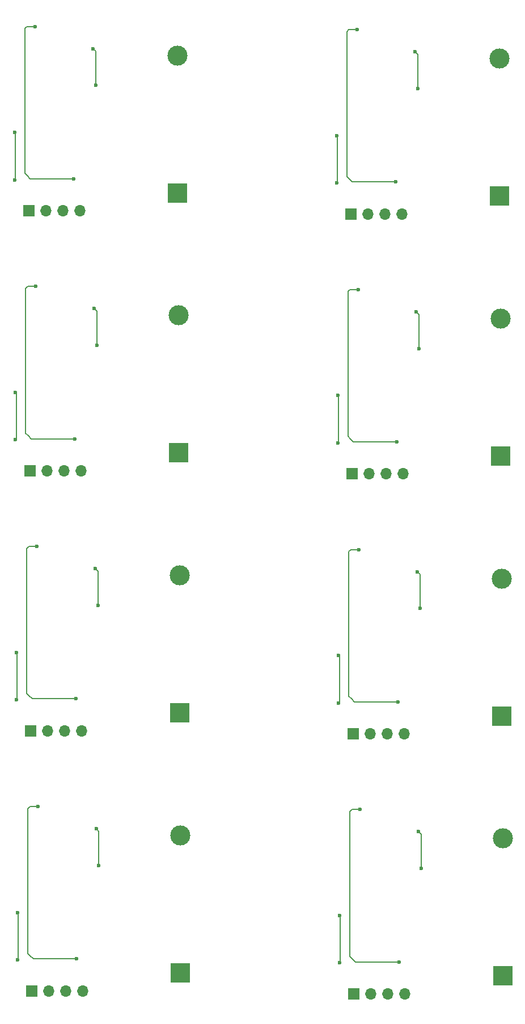
<source format=gbr>
%TF.GenerationSoftware,KiCad,Pcbnew,8.0.5*%
%TF.CreationDate,2024-12-11T00:22:58+01:00*%
%TF.ProjectId,rtc-module-kicad,7274632d-6d6f-4647-956c-652d6b696361,rev?*%
%TF.SameCoordinates,Original*%
%TF.FileFunction,Copper,L2,Bot*%
%TF.FilePolarity,Positive*%
%FSLAX46Y46*%
G04 Gerber Fmt 4.6, Leading zero omitted, Abs format (unit mm)*
G04 Created by KiCad (PCBNEW 8.0.5) date 2024-12-11 00:22:58*
%MOMM*%
%LPD*%
G01*
G04 APERTURE LIST*
%TA.AperFunction,ComponentPad*%
%ADD10R,3.000000X3.000000*%
%TD*%
%TA.AperFunction,ComponentPad*%
%ADD11C,3.000000*%
%TD*%
%TA.AperFunction,ComponentPad*%
%ADD12R,1.700000X1.700000*%
%TD*%
%TA.AperFunction,ComponentPad*%
%ADD13O,1.700000X1.700000*%
%TD*%
%TA.AperFunction,ViaPad*%
%ADD14C,0.600000*%
%TD*%
%TA.AperFunction,Conductor*%
%ADD15C,0.200000*%
%TD*%
G04 APERTURE END LIST*
D10*
%TO.P,J1,1,Pin_1*%
%TO.N,Net-(D1-A)*%
X95605599Y-98457601D03*
D11*
%TO.P,J1,2,Pin_2*%
%TO.N,Net-(J1-Pin_2)*%
X95605599Y-77967601D03*
%TD*%
D12*
%TO.P,J2,1,Pin_1*%
%TO.N,Net-(D2-A)*%
X73406000Y-101142800D03*
D13*
%TO.P,J2,2,Pin_2*%
%TO.N,Net-(J1-Pin_2)*%
X75946000Y-101142800D03*
%TO.P,J2,3,Pin_3*%
%TO.N,Net-(J2-Pin_3)*%
X78486000Y-101142800D03*
%TO.P,J2,4,Pin_4*%
%TO.N,Net-(J2-Pin_4)*%
X81026000Y-101142800D03*
%TD*%
D10*
%TO.P,J1,1,Pin_1*%
%TO.N,Net-(D1-A)*%
X95453199Y-59697201D03*
D11*
%TO.P,J1,2,Pin_2*%
%TO.N,Net-(J1-Pin_2)*%
X95453199Y-39207201D03*
%TD*%
D12*
%TO.P,J2,1,Pin_1*%
%TO.N,Net-(D2-A)*%
X73253600Y-62382400D03*
D13*
%TO.P,J2,2,Pin_2*%
%TO.N,Net-(J1-Pin_2)*%
X75793600Y-62382400D03*
%TO.P,J2,3,Pin_3*%
%TO.N,Net-(J2-Pin_3)*%
X78333600Y-62382400D03*
%TO.P,J2,4,Pin_4*%
%TO.N,Net-(J2-Pin_4)*%
X80873600Y-62382400D03*
%TD*%
D10*
%TO.P,J1,1,Pin_1*%
%TO.N,Net-(D1-A)*%
X143560799Y-60154401D03*
D11*
%TO.P,J1,2,Pin_2*%
%TO.N,Net-(J1-Pin_2)*%
X143560799Y-39664401D03*
%TD*%
D12*
%TO.P,J2,1,Pin_1*%
%TO.N,Net-(D2-A)*%
X121513600Y-101600000D03*
D13*
%TO.P,J2,2,Pin_2*%
%TO.N,Net-(J1-Pin_2)*%
X124053600Y-101600000D03*
%TO.P,J2,3,Pin_3*%
%TO.N,Net-(J2-Pin_3)*%
X126593600Y-101600000D03*
%TO.P,J2,4,Pin_4*%
%TO.N,Net-(J2-Pin_4)*%
X129133600Y-101600000D03*
%TD*%
D12*
%TO.P,J2,1,Pin_1*%
%TO.N,Net-(D2-A)*%
X121361200Y-62839600D03*
D13*
%TO.P,J2,2,Pin_2*%
%TO.N,Net-(J1-Pin_2)*%
X123901200Y-62839600D03*
%TO.P,J2,3,Pin_3*%
%TO.N,Net-(J2-Pin_3)*%
X126441200Y-62839600D03*
%TO.P,J2,4,Pin_4*%
%TO.N,Net-(J2-Pin_4)*%
X128981200Y-62839600D03*
%TD*%
D10*
%TO.P,J1,1,Pin_1*%
%TO.N,Net-(D1-A)*%
X143713199Y-98914801D03*
D11*
%TO.P,J1,2,Pin_2*%
%TO.N,Net-(J1-Pin_2)*%
X143713199Y-78424801D03*
%TD*%
D10*
%TO.P,J1,1,Pin_1*%
%TO.N,Net-(D1-A)*%
X95757999Y-137218001D03*
D11*
%TO.P,J1,2,Pin_2*%
%TO.N,Net-(J1-Pin_2)*%
X95757999Y-116728001D03*
%TD*%
D12*
%TO.P,J2,1,Pin_1*%
%TO.N,Net-(D2-A)*%
X73558400Y-139903200D03*
D13*
%TO.P,J2,2,Pin_2*%
%TO.N,Net-(J1-Pin_2)*%
X76098400Y-139903200D03*
%TO.P,J2,3,Pin_3*%
%TO.N,Net-(J2-Pin_3)*%
X78638400Y-139903200D03*
%TO.P,J2,4,Pin_4*%
%TO.N,Net-(J2-Pin_4)*%
X81178400Y-139903200D03*
%TD*%
D12*
%TO.P,J2,1,Pin_1*%
%TO.N,Net-(D2-A)*%
X121666000Y-140360400D03*
D13*
%TO.P,J2,2,Pin_2*%
%TO.N,Net-(J1-Pin_2)*%
X124206000Y-140360400D03*
%TO.P,J2,3,Pin_3*%
%TO.N,Net-(J2-Pin_3)*%
X126746000Y-140360400D03*
%TO.P,J2,4,Pin_4*%
%TO.N,Net-(J2-Pin_4)*%
X129286000Y-140360400D03*
%TD*%
D10*
%TO.P,J1,1,Pin_1*%
%TO.N,Net-(D1-A)*%
X143865599Y-137675201D03*
D11*
%TO.P,J1,2,Pin_2*%
%TO.N,Net-(J1-Pin_2)*%
X143865599Y-117185201D03*
%TD*%
D10*
%TO.P,J1,1,Pin_1*%
%TO.N,Net-(D1-A)*%
X144017999Y-176435601D03*
D11*
%TO.P,J1,2,Pin_2*%
%TO.N,Net-(J1-Pin_2)*%
X144017999Y-155945601D03*
%TD*%
D12*
%TO.P,J2,1,Pin_1*%
%TO.N,Net-(D2-A)*%
X121818400Y-179120800D03*
D13*
%TO.P,J2,2,Pin_2*%
%TO.N,Net-(J1-Pin_2)*%
X124358400Y-179120800D03*
%TO.P,J2,3,Pin_3*%
%TO.N,Net-(J2-Pin_3)*%
X126898400Y-179120800D03*
%TO.P,J2,4,Pin_4*%
%TO.N,Net-(J2-Pin_4)*%
X129438400Y-179120800D03*
%TD*%
%TO.P,J2,4,Pin_4*%
%TO.N,Net-(J2-Pin_4)*%
X81330800Y-178663600D03*
%TO.P,J2,3,Pin_3*%
%TO.N,Net-(J2-Pin_3)*%
X78790800Y-178663600D03*
%TO.P,J2,2,Pin_2*%
%TO.N,Net-(J1-Pin_2)*%
X76250800Y-178663600D03*
D12*
%TO.P,J2,1,Pin_1*%
%TO.N,Net-(D2-A)*%
X73710800Y-178663600D03*
%TD*%
D11*
%TO.P,J1,2,Pin_2*%
%TO.N,Net-(J1-Pin_2)*%
X95910399Y-155488401D03*
D10*
%TO.P,J1,1,Pin_1*%
%TO.N,Net-(D1-A)*%
X95910399Y-175978401D03*
%TD*%
D14*
%TO.N,Net-(D1-K)*%
X131368800Y-44145200D03*
%TO.N,Net-(D3-K)*%
X122275600Y-35356800D03*
%TO.N,Net-(D2-A)*%
X71120000Y-57759600D03*
%TO.N,Net-(D1-K)*%
X130962400Y-38658800D03*
%TO.N,Net-(D2-A)*%
X71120000Y-50698400D03*
X119227600Y-58216800D03*
X119227600Y-51155600D03*
%TO.N,Net-(D3-K)*%
X74168000Y-34899600D03*
%TO.N,Net-(D2-A)*%
X119380000Y-96977200D03*
%TO.N,Net-(D1-K)*%
X131521200Y-82905600D03*
X83261200Y-43688000D03*
%TO.N,Net-(D3-K)*%
X79959200Y-57607200D03*
%TO.N,Net-(D1-K)*%
X82854800Y-38201600D03*
%TO.N,Net-(D3-K)*%
X122428000Y-74117200D03*
X128219200Y-96824800D03*
%TO.N,Net-(D1-K)*%
X131114800Y-77419200D03*
%TO.N,Net-(D3-K)*%
X128066800Y-58064400D03*
%TO.N,Net-(D2-A)*%
X119380000Y-89916000D03*
X71272400Y-96520000D03*
%TO.N,Net-(D1-K)*%
X83413600Y-82448400D03*
%TO.N,Net-(D3-K)*%
X74320400Y-73660000D03*
X80111600Y-96367600D03*
%TO.N,Net-(D1-K)*%
X83007200Y-76962000D03*
%TO.N,Net-(D2-A)*%
X71272400Y-89458800D03*
X119532400Y-135737600D03*
%TO.N,Net-(D1-K)*%
X131673600Y-121666000D03*
%TO.N,Net-(D3-K)*%
X122580400Y-112877600D03*
X128371600Y-135585200D03*
%TO.N,Net-(D1-K)*%
X131267200Y-116179600D03*
%TO.N,Net-(D2-A)*%
X119532400Y-128676400D03*
X71424800Y-135280400D03*
%TO.N,Net-(D1-K)*%
X83566000Y-121208800D03*
%TO.N,Net-(D3-K)*%
X74472800Y-112420400D03*
X80264000Y-135128000D03*
%TO.N,Net-(D1-K)*%
X83159600Y-115722400D03*
%TO.N,Net-(D2-A)*%
X71424800Y-128219200D03*
X119684800Y-174498000D03*
%TO.N,Net-(D1-K)*%
X131826000Y-160426400D03*
%TO.N,Net-(D3-K)*%
X122732800Y-151638000D03*
X128524000Y-174345600D03*
%TO.N,Net-(D1-K)*%
X131419600Y-154940000D03*
%TO.N,Net-(D2-A)*%
X119684800Y-167436800D03*
%TO.N,Net-(D1-K)*%
X83718400Y-159969200D03*
X83312000Y-154482800D03*
%TO.N,Net-(D2-A)*%
X71577200Y-174040800D03*
X71577200Y-166979600D03*
%TO.N,Net-(D3-K)*%
X80416400Y-173888400D03*
X74625200Y-151180800D03*
%TD*%
D15*
%TO.N,Net-(D2-A)*%
X119329200Y-51257200D02*
X119227600Y-51155600D01*
X119227600Y-58216800D02*
X119329200Y-58115200D01*
%TO.N,Net-(D3-K)*%
X128066800Y-58064400D02*
X121564400Y-58064400D01*
X121107200Y-57607200D02*
X120751600Y-57251600D01*
X120751600Y-35661600D02*
X121056400Y-35356800D01*
%TO.N,Net-(D2-A)*%
X71221600Y-57658000D02*
X71221600Y-50800000D01*
%TO.N,Net-(D1-K)*%
X83261200Y-38608000D02*
X82854800Y-38201600D01*
%TO.N,Net-(D3-K)*%
X72999600Y-57150000D02*
X72644000Y-56794400D01*
X72948800Y-34899600D02*
X74168000Y-34899600D01*
%TO.N,Net-(D2-A)*%
X71120000Y-57759600D02*
X71221600Y-57658000D01*
%TO.N,Net-(D3-K)*%
X79959200Y-57607200D02*
X73456800Y-57607200D01*
X73456800Y-57607200D02*
X72999600Y-57150000D01*
%TO.N,Net-(D1-K)*%
X83261200Y-43688000D02*
X83261200Y-38608000D01*
%TO.N,Net-(D3-K)*%
X72644000Y-35204400D02*
X72948800Y-34899600D01*
X72644000Y-56794400D02*
X72644000Y-35204400D01*
%TO.N,Net-(D2-A)*%
X119380000Y-96977200D02*
X119481600Y-96875600D01*
X119481600Y-90017600D02*
X119380000Y-89916000D01*
X119481600Y-96875600D02*
X119481600Y-90017600D01*
%TO.N,Net-(D3-K)*%
X120904000Y-96012000D02*
X120904000Y-74422000D01*
X121716800Y-96824800D02*
X121259600Y-96367600D01*
%TO.N,Net-(D1-K)*%
X131521200Y-82905600D02*
X131521200Y-77825600D01*
%TO.N,Net-(D3-K)*%
X121208800Y-74117200D02*
X122428000Y-74117200D01*
%TO.N,Net-(D1-K)*%
X131521200Y-77825600D02*
X131114800Y-77419200D01*
%TO.N,Net-(D3-K)*%
X120904000Y-74422000D02*
X121208800Y-74117200D01*
X128219200Y-96824800D02*
X121716800Y-96824800D01*
X121259600Y-96367600D02*
X120904000Y-96012000D01*
X121056400Y-35356800D02*
X122275600Y-35356800D01*
%TO.N,Net-(D1-K)*%
X131368800Y-39065200D02*
X130962400Y-38658800D01*
X131368800Y-44145200D02*
X131368800Y-39065200D01*
%TO.N,Net-(D3-K)*%
X121564400Y-58064400D02*
X121107200Y-57607200D01*
%TO.N,Net-(D2-A)*%
X71374000Y-89560400D02*
X71272400Y-89458800D01*
X71374000Y-96418400D02*
X71374000Y-89560400D01*
X71272400Y-96520000D02*
X71374000Y-96418400D01*
%TO.N,Net-(D1-K)*%
X83413600Y-77368400D02*
X83007200Y-76962000D01*
X83413600Y-82448400D02*
X83413600Y-77368400D01*
%TO.N,Net-(D3-K)*%
X73609200Y-96367600D02*
X73152000Y-95910400D01*
X72796400Y-73964800D02*
X73101200Y-73660000D01*
X80111600Y-96367600D02*
X73609200Y-96367600D01*
X72796400Y-95554800D02*
X72796400Y-73964800D01*
X73152000Y-95910400D02*
X72796400Y-95554800D01*
X73101200Y-73660000D02*
X74320400Y-73660000D01*
X120751600Y-57251600D02*
X120751600Y-35661600D01*
%TO.N,Net-(D2-A)*%
X119329200Y-58115200D02*
X119329200Y-51257200D01*
X71221600Y-50800000D02*
X71120000Y-50698400D01*
X119532400Y-135737600D02*
X119634000Y-135636000D01*
X119634000Y-128778000D02*
X119532400Y-128676400D01*
X119634000Y-135636000D02*
X119634000Y-128778000D01*
%TO.N,Net-(D3-K)*%
X121056400Y-134772400D02*
X121056400Y-113182400D01*
X121869200Y-135585200D02*
X121412000Y-135128000D01*
%TO.N,Net-(D1-K)*%
X131673600Y-121666000D02*
X131673600Y-116586000D01*
%TO.N,Net-(D3-K)*%
X121361200Y-112877600D02*
X122580400Y-112877600D01*
%TO.N,Net-(D1-K)*%
X131673600Y-116586000D02*
X131267200Y-116179600D01*
%TO.N,Net-(D3-K)*%
X121056400Y-113182400D02*
X121361200Y-112877600D01*
X128371600Y-135585200D02*
X121869200Y-135585200D01*
X121412000Y-135128000D02*
X121056400Y-134772400D01*
%TO.N,Net-(D2-A)*%
X71526400Y-128320800D02*
X71424800Y-128219200D01*
X71526400Y-135178800D02*
X71526400Y-128320800D01*
X71424800Y-135280400D02*
X71526400Y-135178800D01*
%TO.N,Net-(D1-K)*%
X83566000Y-116128800D02*
X83159600Y-115722400D01*
X83566000Y-121208800D02*
X83566000Y-116128800D01*
%TO.N,Net-(D3-K)*%
X73761600Y-135128000D02*
X73304400Y-134670800D01*
X72948800Y-112725200D02*
X73253600Y-112420400D01*
X80264000Y-135128000D02*
X73761600Y-135128000D01*
X72948800Y-134315200D02*
X72948800Y-112725200D01*
X73304400Y-134670800D02*
X72948800Y-134315200D01*
X73253600Y-112420400D02*
X74472800Y-112420400D01*
%TO.N,Net-(D2-A)*%
X119786400Y-167538400D02*
X119684800Y-167436800D01*
X119786400Y-174396400D02*
X119786400Y-167538400D01*
X119684800Y-174498000D02*
X119786400Y-174396400D01*
%TO.N,Net-(D1-K)*%
X131826000Y-155346400D02*
X131419600Y-154940000D01*
X131826000Y-160426400D02*
X131826000Y-155346400D01*
%TO.N,Net-(D3-K)*%
X122021600Y-174345600D02*
X121564400Y-173888400D01*
X121208800Y-151942800D02*
X121513600Y-151638000D01*
X128524000Y-174345600D02*
X122021600Y-174345600D01*
X121208800Y-173532800D02*
X121208800Y-151942800D01*
X121564400Y-173888400D02*
X121208800Y-173532800D01*
X121513600Y-151638000D02*
X122732800Y-151638000D01*
%TO.N,Net-(D1-K)*%
X83718400Y-159969200D02*
X83718400Y-154889200D01*
X83718400Y-154889200D02*
X83312000Y-154482800D01*
%TO.N,Net-(D2-A)*%
X71577200Y-174040800D02*
X71678800Y-173939200D01*
X71678800Y-173939200D02*
X71678800Y-167081200D01*
X71678800Y-167081200D02*
X71577200Y-166979600D01*
%TO.N,Net-(D3-K)*%
X73456800Y-173431200D02*
X73101200Y-173075600D01*
X73101200Y-173075600D02*
X73101200Y-151485600D01*
X73406000Y-151180800D02*
X74625200Y-151180800D01*
X73914000Y-173888400D02*
X73456800Y-173431200D01*
X80416400Y-173888400D02*
X73914000Y-173888400D01*
X73101200Y-151485600D02*
X73406000Y-151180800D01*
%TD*%
M02*

</source>
